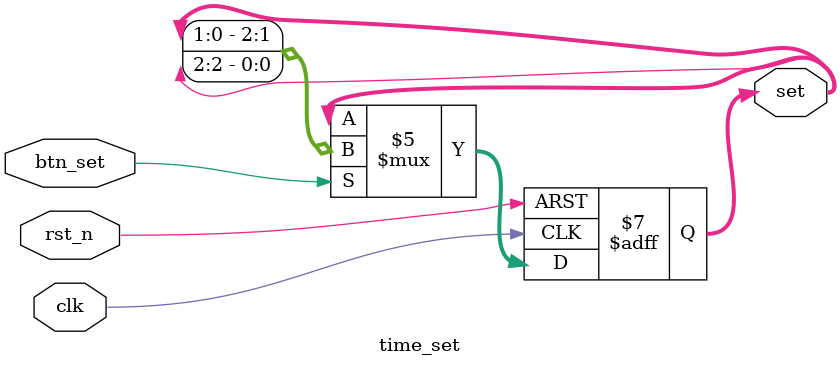
<source format=v>
module time_set
(
	input wire clk,
	input wire rst_n,
	input wire btn_set,
	output reg [2:0]set
);

	always @ (posedge clk or negedge rst_n)
	begin
	if(!rst_n)
		set <= 3'b001;
	else if(btn_set == 1'b1)
		set[2:0] <= {set[1:0],set[2]};
	else
		set <= set;
	end
	
	endmodule
	

</source>
